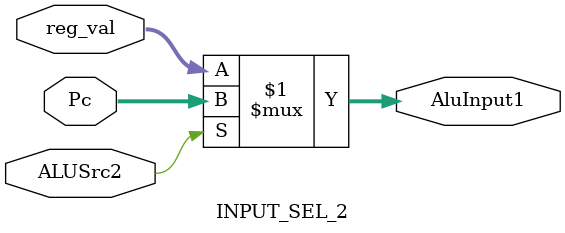
<source format=sv>
`timescale 1ns / 1ps


module INPUT_SEL_2(
    input         ALUSrc2,       // ALUSrc is Control unit flag to select the Input, 
        input  [31:0] Pc,       // IF 1, select imm value
        input  [31:0] reg_val,      // If 0, select register out put
        output [31:0] AluInput1
        );
    
        assign AluInput1 = ALUSrc2 ? Pc:reg_val;
endmodule

</source>
